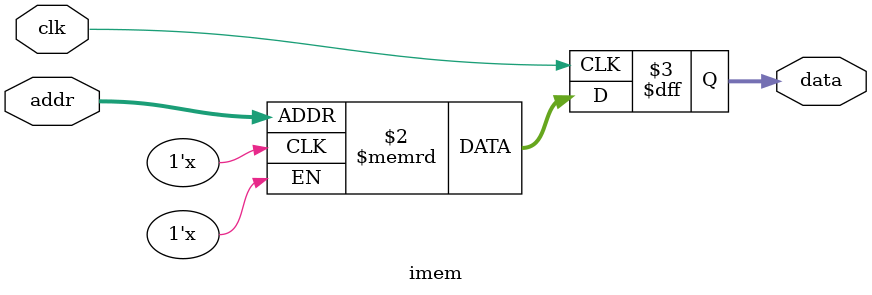
<source format=sv>
module imem #(
    parameter ADDR_WIDTH = 10       // depth = 2^ADDR_WIDTH
) (
    input  logic                    clk,   // clock
    input  logic [ADDR_WIDTH-1:0]  addr,   // word-aligned address
    output logic [31:0]            data    // fetched instruction
);
  // declare your memory array
    logic [31:0] mem [0:(1<<ADDR_WIDTH)-1];

  // synchronous read
    always_ff @(posedge clk) begin
        data <= mem[addr];
    end
endmodule

</source>
